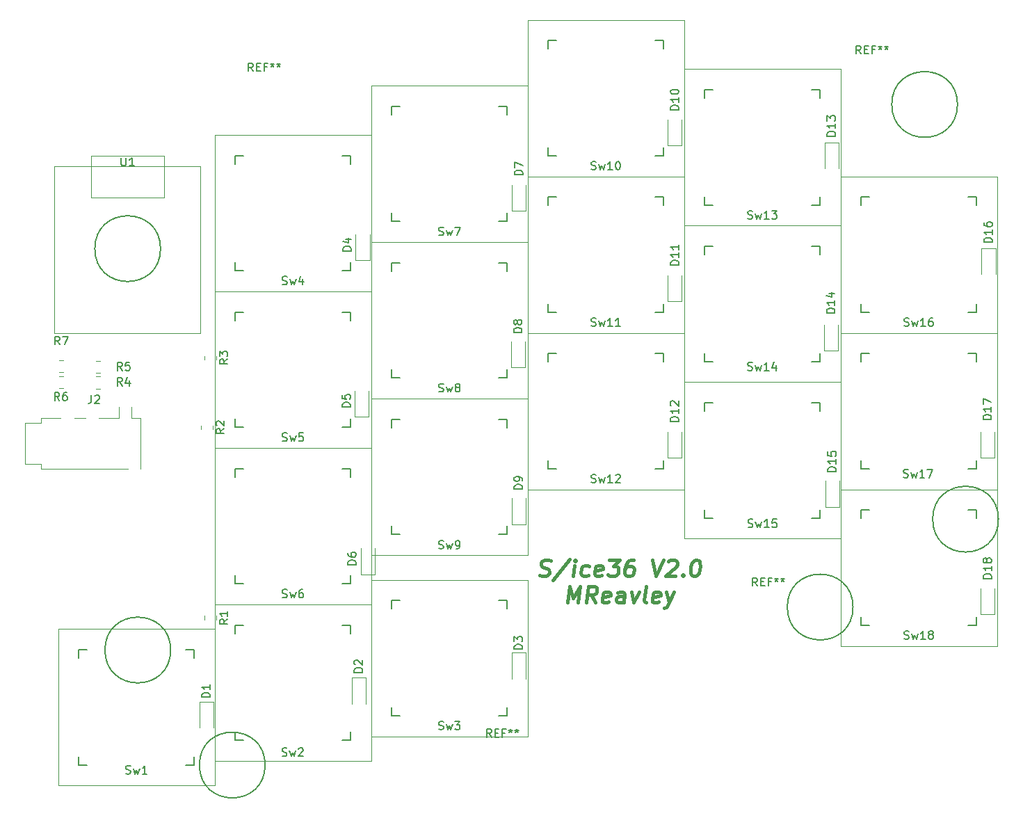
<source format=gbr>
%TF.GenerationSoftware,KiCad,Pcbnew,(6.0.4)*%
%TF.CreationDate,2022-04-22T20:25:04+08:00*%
%TF.ProjectId,Slice36,536c6963-6533-4362-9e6b-696361645f70,rev?*%
%TF.SameCoordinates,Original*%
%TF.FileFunction,Legend,Top*%
%TF.FilePolarity,Positive*%
%FSLAX46Y46*%
G04 Gerber Fmt 4.6, Leading zero omitted, Abs format (unit mm)*
G04 Created by KiCad (PCBNEW (6.0.4)) date 2022-04-22 20:25:04*
%MOMM*%
%LPD*%
G01*
G04 APERTURE LIST*
%ADD10C,0.150000*%
%ADD11C,0.400000*%
%ADD12C,0.120000*%
G04 APERTURE END LIST*
D10*
X48525000Y-162125000D02*
G75*
G03*
X48525000Y-162125000I-4000000J0D01*
G01*
X137795789Y-132195789D02*
G75*
G03*
X137795789Y-132195789I-4000000J0D01*
G01*
X37025000Y-148125000D02*
G75*
G03*
X37025000Y-148125000I-4000000J0D01*
G01*
X132815283Y-81716968D02*
G75*
G03*
X132815283Y-81716968I-4000000J0D01*
G01*
X35791515Y-99270274D02*
G75*
G03*
X35791515Y-99270274I-4000000J0D01*
G01*
X120096772Y-142892997D02*
G75*
G03*
X120096772Y-142892997I-4000000J0D01*
G01*
D11*
X81933273Y-139049523D02*
X82207083Y-139144761D01*
X82683273Y-139144761D01*
X82885654Y-139049523D01*
X82992797Y-138954285D01*
X83111845Y-138763809D01*
X83135654Y-138573333D01*
X83064226Y-138382857D01*
X82980892Y-138287619D01*
X82802321Y-138192380D01*
X82433273Y-138097142D01*
X82254702Y-138001904D01*
X82171369Y-137906666D01*
X82099940Y-137716190D01*
X82123750Y-137525714D01*
X82242797Y-137335238D01*
X82349940Y-137240000D01*
X82552321Y-137144761D01*
X83028511Y-137144761D01*
X83302321Y-137240000D01*
X85611845Y-137049523D02*
X83576130Y-139620952D01*
X86016607Y-139144761D02*
X86183273Y-137811428D01*
X86266607Y-137144761D02*
X86159464Y-137240000D01*
X86242797Y-137335238D01*
X86349940Y-137240000D01*
X86266607Y-137144761D01*
X86242797Y-137335238D01*
X87838035Y-139049523D02*
X87635654Y-139144761D01*
X87254702Y-139144761D01*
X87076130Y-139049523D01*
X86992797Y-138954285D01*
X86921369Y-138763809D01*
X86992797Y-138192380D01*
X87111845Y-138001904D01*
X87218988Y-137906666D01*
X87421369Y-137811428D01*
X87802321Y-137811428D01*
X87980892Y-137906666D01*
X89457083Y-139049523D02*
X89254702Y-139144761D01*
X88873750Y-139144761D01*
X88695178Y-139049523D01*
X88623750Y-138859047D01*
X88718988Y-138097142D01*
X88838035Y-137906666D01*
X89040416Y-137811428D01*
X89421369Y-137811428D01*
X89599940Y-137906666D01*
X89671369Y-138097142D01*
X89647559Y-138287619D01*
X88671369Y-138478095D01*
X90457083Y-137144761D02*
X91695178Y-137144761D01*
X90933273Y-137906666D01*
X91218988Y-137906666D01*
X91397559Y-138001904D01*
X91480892Y-138097142D01*
X91552321Y-138287619D01*
X91492797Y-138763809D01*
X91373750Y-138954285D01*
X91266607Y-139049523D01*
X91064226Y-139144761D01*
X90492797Y-139144761D01*
X90314226Y-139049523D01*
X90230892Y-138954285D01*
X93409464Y-137144761D02*
X93028511Y-137144761D01*
X92826130Y-137240000D01*
X92718988Y-137335238D01*
X92492797Y-137620952D01*
X92349940Y-138001904D01*
X92254702Y-138763809D01*
X92326130Y-138954285D01*
X92409464Y-139049523D01*
X92588035Y-139144761D01*
X92968988Y-139144761D01*
X93171369Y-139049523D01*
X93278511Y-138954285D01*
X93397559Y-138763809D01*
X93457083Y-138287619D01*
X93385654Y-138097142D01*
X93302321Y-138001904D01*
X93123750Y-137906666D01*
X92742797Y-137906666D01*
X92540416Y-138001904D01*
X92433273Y-138097142D01*
X92314226Y-138287619D01*
X95695178Y-137144761D02*
X96111845Y-139144761D01*
X97028511Y-137144761D01*
X97576130Y-137335238D02*
X97683273Y-137240000D01*
X97885654Y-137144761D01*
X98361845Y-137144761D01*
X98540416Y-137240000D01*
X98623750Y-137335238D01*
X98695178Y-137525714D01*
X98671369Y-137716190D01*
X98540416Y-138001904D01*
X97254702Y-139144761D01*
X98492797Y-139144761D01*
X99373750Y-138954285D02*
X99457083Y-139049523D01*
X99349940Y-139144761D01*
X99266607Y-139049523D01*
X99373750Y-138954285D01*
X99349940Y-139144761D01*
X100933273Y-137144761D02*
X101123750Y-137144761D01*
X101302321Y-137240000D01*
X101385654Y-137335238D01*
X101457083Y-137525714D01*
X101504702Y-137906666D01*
X101445178Y-138382857D01*
X101302321Y-138763809D01*
X101183273Y-138954285D01*
X101076130Y-139049523D01*
X100873750Y-139144761D01*
X100683273Y-139144761D01*
X100504702Y-139049523D01*
X100421369Y-138954285D01*
X100349940Y-138763809D01*
X100302321Y-138382857D01*
X100361845Y-137906666D01*
X100504702Y-137525714D01*
X100623750Y-137335238D01*
X100730892Y-137240000D01*
X100933273Y-137144761D01*
X85302321Y-142364761D02*
X85552321Y-140364761D01*
X86040416Y-141793333D01*
X86885654Y-140364761D01*
X86635654Y-142364761D01*
X88730892Y-142364761D02*
X88183273Y-141412380D01*
X87588035Y-142364761D02*
X87838035Y-140364761D01*
X88599940Y-140364761D01*
X88778511Y-140460000D01*
X88861845Y-140555238D01*
X88933273Y-140745714D01*
X88897559Y-141031428D01*
X88778511Y-141221904D01*
X88671369Y-141317142D01*
X88468988Y-141412380D01*
X87707083Y-141412380D01*
X90361845Y-142269523D02*
X90159464Y-142364761D01*
X89778511Y-142364761D01*
X89599940Y-142269523D01*
X89528511Y-142079047D01*
X89623750Y-141317142D01*
X89742797Y-141126666D01*
X89945178Y-141031428D01*
X90326130Y-141031428D01*
X90504702Y-141126666D01*
X90576130Y-141317142D01*
X90552321Y-141507619D01*
X89576130Y-141698095D01*
X92159464Y-142364761D02*
X92290416Y-141317142D01*
X92218988Y-141126666D01*
X92040416Y-141031428D01*
X91659464Y-141031428D01*
X91457083Y-141126666D01*
X92171369Y-142269523D02*
X91968988Y-142364761D01*
X91492797Y-142364761D01*
X91314226Y-142269523D01*
X91242797Y-142079047D01*
X91266607Y-141888571D01*
X91385654Y-141698095D01*
X91588035Y-141602857D01*
X92064226Y-141602857D01*
X92266607Y-141507619D01*
X93088035Y-141031428D02*
X93397559Y-142364761D01*
X94040416Y-141031428D01*
X94921369Y-142364761D02*
X94742797Y-142269523D01*
X94671369Y-142079047D01*
X94885654Y-140364761D01*
X96457083Y-142269523D02*
X96254702Y-142364761D01*
X95873750Y-142364761D01*
X95695178Y-142269523D01*
X95623750Y-142079047D01*
X95718988Y-141317142D01*
X95838035Y-141126666D01*
X96040416Y-141031428D01*
X96421369Y-141031428D01*
X96599940Y-141126666D01*
X96671369Y-141317142D01*
X96647559Y-141507619D01*
X95671369Y-141698095D01*
X97373750Y-141031428D02*
X97683273Y-142364761D01*
X98326130Y-141031428D02*
X97683273Y-142364761D01*
X97433273Y-142840952D01*
X97326130Y-142936190D01*
X97123750Y-143031428D01*
D10*
%TO.C,Sw1*%
X31564285Y-163154761D02*
X31707142Y-163202380D01*
X31945238Y-163202380D01*
X32040476Y-163154761D01*
X32088095Y-163107142D01*
X32135714Y-163011904D01*
X32135714Y-162916666D01*
X32088095Y-162821428D01*
X32040476Y-162773809D01*
X31945238Y-162726190D01*
X31754761Y-162678571D01*
X31659523Y-162630952D01*
X31611904Y-162583333D01*
X31564285Y-162488095D01*
X31564285Y-162392857D01*
X31611904Y-162297619D01*
X31659523Y-162250000D01*
X31754761Y-162202380D01*
X31992857Y-162202380D01*
X32135714Y-162250000D01*
X32469047Y-162535714D02*
X32659523Y-163202380D01*
X32850000Y-162726190D01*
X33040476Y-163202380D01*
X33230952Y-162535714D01*
X34135714Y-163202380D02*
X33564285Y-163202380D01*
X33850000Y-163202380D02*
X33850000Y-162202380D01*
X33754761Y-162345238D01*
X33659523Y-162440476D01*
X33564285Y-162488095D01*
%TO.C,Sw10*%
X88238095Y-89609761D02*
X88380952Y-89657380D01*
X88619047Y-89657380D01*
X88714285Y-89609761D01*
X88761904Y-89562142D01*
X88809523Y-89466904D01*
X88809523Y-89371666D01*
X88761904Y-89276428D01*
X88714285Y-89228809D01*
X88619047Y-89181190D01*
X88428571Y-89133571D01*
X88333333Y-89085952D01*
X88285714Y-89038333D01*
X88238095Y-88943095D01*
X88238095Y-88847857D01*
X88285714Y-88752619D01*
X88333333Y-88705000D01*
X88428571Y-88657380D01*
X88666666Y-88657380D01*
X88809523Y-88705000D01*
X89142857Y-88990714D02*
X89333333Y-89657380D01*
X89523809Y-89181190D01*
X89714285Y-89657380D01*
X89904761Y-88990714D01*
X90809523Y-89657380D02*
X90238095Y-89657380D01*
X90523809Y-89657380D02*
X90523809Y-88657380D01*
X90428571Y-88800238D01*
X90333333Y-88895476D01*
X90238095Y-88943095D01*
X91428571Y-88657380D02*
X91523809Y-88657380D01*
X91619047Y-88705000D01*
X91666666Y-88752619D01*
X91714285Y-88847857D01*
X91761904Y-89038333D01*
X91761904Y-89276428D01*
X91714285Y-89466904D01*
X91666666Y-89562142D01*
X91619047Y-89609761D01*
X91523809Y-89657380D01*
X91428571Y-89657380D01*
X91333333Y-89609761D01*
X91285714Y-89562142D01*
X91238095Y-89466904D01*
X91190476Y-89276428D01*
X91190476Y-89038333D01*
X91238095Y-88847857D01*
X91285714Y-88752619D01*
X91333333Y-88705000D01*
X91428571Y-88657380D01*
%TO.C,D10*%
X98877380Y-82364285D02*
X97877380Y-82364285D01*
X97877380Y-82126190D01*
X97925000Y-81983333D01*
X98020238Y-81888095D01*
X98115476Y-81840476D01*
X98305952Y-81792857D01*
X98448809Y-81792857D01*
X98639285Y-81840476D01*
X98734523Y-81888095D01*
X98829761Y-81983333D01*
X98877380Y-82126190D01*
X98877380Y-82364285D01*
X98877380Y-80840476D02*
X98877380Y-81411904D01*
X98877380Y-81126190D02*
X97877380Y-81126190D01*
X98020238Y-81221428D01*
X98115476Y-81316666D01*
X98163095Y-81411904D01*
X97877380Y-80221428D02*
X97877380Y-80126190D01*
X97925000Y-80030952D01*
X97972619Y-79983333D01*
X98067857Y-79935714D01*
X98258333Y-79888095D01*
X98496428Y-79888095D01*
X98686904Y-79935714D01*
X98782142Y-79983333D01*
X98829761Y-80030952D01*
X98877380Y-80126190D01*
X98877380Y-80221428D01*
X98829761Y-80316666D01*
X98782142Y-80364285D01*
X98686904Y-80411904D01*
X98496428Y-80459523D01*
X98258333Y-80459523D01*
X98067857Y-80411904D01*
X97972619Y-80364285D01*
X97925000Y-80316666D01*
X97877380Y-80221428D01*
%TO.C,REF\u002A\u002A*%
X76066666Y-158727380D02*
X75733333Y-158251190D01*
X75495238Y-158727380D02*
X75495238Y-157727380D01*
X75876190Y-157727380D01*
X75971428Y-157775000D01*
X76019047Y-157822619D01*
X76066666Y-157917857D01*
X76066666Y-158060714D01*
X76019047Y-158155952D01*
X75971428Y-158203571D01*
X75876190Y-158251190D01*
X75495238Y-158251190D01*
X76495238Y-158203571D02*
X76828571Y-158203571D01*
X76971428Y-158727380D02*
X76495238Y-158727380D01*
X76495238Y-157727380D01*
X76971428Y-157727380D01*
X77733333Y-158203571D02*
X77400000Y-158203571D01*
X77400000Y-158727380D02*
X77400000Y-157727380D01*
X77876190Y-157727380D01*
X78400000Y-157727380D02*
X78400000Y-157965476D01*
X78161904Y-157870238D02*
X78400000Y-157965476D01*
X78638095Y-157870238D01*
X78257142Y-158155952D02*
X78400000Y-157965476D01*
X78542857Y-158155952D01*
X79161904Y-157727380D02*
X79161904Y-157965476D01*
X78923809Y-157870238D02*
X79161904Y-157965476D01*
X79400000Y-157870238D01*
X79019047Y-158155952D02*
X79161904Y-157965476D01*
X79304761Y-158155952D01*
%TO.C,D17*%
X136927380Y-120039285D02*
X135927380Y-120039285D01*
X135927380Y-119801190D01*
X135975000Y-119658333D01*
X136070238Y-119563095D01*
X136165476Y-119515476D01*
X136355952Y-119467857D01*
X136498809Y-119467857D01*
X136689285Y-119515476D01*
X136784523Y-119563095D01*
X136879761Y-119658333D01*
X136927380Y-119801190D01*
X136927380Y-120039285D01*
X136927380Y-118515476D02*
X136927380Y-119086904D01*
X136927380Y-118801190D02*
X135927380Y-118801190D01*
X136070238Y-118896428D01*
X136165476Y-118991666D01*
X136213095Y-119086904D01*
X135927380Y-118182142D02*
X135927380Y-117515476D01*
X136927380Y-117944047D01*
%TO.C,Sw2*%
X50589285Y-161004761D02*
X50732142Y-161052380D01*
X50970238Y-161052380D01*
X51065476Y-161004761D01*
X51113095Y-160957142D01*
X51160714Y-160861904D01*
X51160714Y-160766666D01*
X51113095Y-160671428D01*
X51065476Y-160623809D01*
X50970238Y-160576190D01*
X50779761Y-160528571D01*
X50684523Y-160480952D01*
X50636904Y-160433333D01*
X50589285Y-160338095D01*
X50589285Y-160242857D01*
X50636904Y-160147619D01*
X50684523Y-160100000D01*
X50779761Y-160052380D01*
X51017857Y-160052380D01*
X51160714Y-160100000D01*
X51494047Y-160385714D02*
X51684523Y-161052380D01*
X51875000Y-160576190D01*
X52065476Y-161052380D01*
X52255952Y-160385714D01*
X52589285Y-160147619D02*
X52636904Y-160100000D01*
X52732142Y-160052380D01*
X52970238Y-160052380D01*
X53065476Y-160100000D01*
X53113095Y-160147619D01*
X53160714Y-160242857D01*
X53160714Y-160338095D01*
X53113095Y-160480952D01*
X52541666Y-161052380D01*
X53160714Y-161052380D01*
%TO.C,D1*%
X41827380Y-153863095D02*
X40827380Y-153863095D01*
X40827380Y-153625000D01*
X40875000Y-153482142D01*
X40970238Y-153386904D01*
X41065476Y-153339285D01*
X41255952Y-153291666D01*
X41398809Y-153291666D01*
X41589285Y-153339285D01*
X41684523Y-153386904D01*
X41779761Y-153482142D01*
X41827380Y-153625000D01*
X41827380Y-153863095D01*
X41827380Y-152339285D02*
X41827380Y-152910714D01*
X41827380Y-152625000D02*
X40827380Y-152625000D01*
X40970238Y-152720238D01*
X41065476Y-152815476D01*
X41113095Y-152910714D01*
%TO.C,D5*%
X58902380Y-118538095D02*
X57902380Y-118538095D01*
X57902380Y-118300000D01*
X57950000Y-118157142D01*
X58045238Y-118061904D01*
X58140476Y-118014285D01*
X58330952Y-117966666D01*
X58473809Y-117966666D01*
X58664285Y-118014285D01*
X58759523Y-118061904D01*
X58854761Y-118157142D01*
X58902380Y-118300000D01*
X58902380Y-118538095D01*
X57902380Y-117061904D02*
X57902380Y-117538095D01*
X58378571Y-117585714D01*
X58330952Y-117538095D01*
X58283333Y-117442857D01*
X58283333Y-117204761D01*
X58330952Y-117109523D01*
X58378571Y-117061904D01*
X58473809Y-117014285D01*
X58711904Y-117014285D01*
X58807142Y-117061904D01*
X58854761Y-117109523D01*
X58902380Y-117204761D01*
X58902380Y-117442857D01*
X58854761Y-117538095D01*
X58807142Y-117585714D01*
%TO.C,R1*%
X43972380Y-144366666D02*
X43496190Y-144700000D01*
X43972380Y-144938095D02*
X42972380Y-144938095D01*
X42972380Y-144557142D01*
X43020000Y-144461904D01*
X43067619Y-144414285D01*
X43162857Y-144366666D01*
X43305714Y-144366666D01*
X43400952Y-144414285D01*
X43448571Y-144461904D01*
X43496190Y-144557142D01*
X43496190Y-144938095D01*
X43972380Y-143414285D02*
X43972380Y-143985714D01*
X43972380Y-143700000D02*
X42972380Y-143700000D01*
X43115238Y-143795238D01*
X43210476Y-143890476D01*
X43258095Y-143985714D01*
%TO.C,D2*%
X60377380Y-150838095D02*
X59377380Y-150838095D01*
X59377380Y-150600000D01*
X59425000Y-150457142D01*
X59520238Y-150361904D01*
X59615476Y-150314285D01*
X59805952Y-150266666D01*
X59948809Y-150266666D01*
X60139285Y-150314285D01*
X60234523Y-150361904D01*
X60329761Y-150457142D01*
X60377380Y-150600000D01*
X60377380Y-150838095D01*
X59472619Y-149885714D02*
X59425000Y-149838095D01*
X59377380Y-149742857D01*
X59377380Y-149504761D01*
X59425000Y-149409523D01*
X59472619Y-149361904D01*
X59567857Y-149314285D01*
X59663095Y-149314285D01*
X59805952Y-149361904D01*
X60377380Y-149933333D01*
X60377380Y-149314285D01*
%TO.C,Sw8*%
X69664285Y-116659761D02*
X69807142Y-116707380D01*
X70045238Y-116707380D01*
X70140476Y-116659761D01*
X70188095Y-116612142D01*
X70235714Y-116516904D01*
X70235714Y-116421666D01*
X70188095Y-116326428D01*
X70140476Y-116278809D01*
X70045238Y-116231190D01*
X69854761Y-116183571D01*
X69759523Y-116135952D01*
X69711904Y-116088333D01*
X69664285Y-115993095D01*
X69664285Y-115897857D01*
X69711904Y-115802619D01*
X69759523Y-115755000D01*
X69854761Y-115707380D01*
X70092857Y-115707380D01*
X70235714Y-115755000D01*
X70569047Y-116040714D02*
X70759523Y-116707380D01*
X70950000Y-116231190D01*
X71140476Y-116707380D01*
X71330952Y-116040714D01*
X71854761Y-116135952D02*
X71759523Y-116088333D01*
X71711904Y-116040714D01*
X71664285Y-115945476D01*
X71664285Y-115897857D01*
X71711904Y-115802619D01*
X71759523Y-115755000D01*
X71854761Y-115707380D01*
X72045238Y-115707380D01*
X72140476Y-115755000D01*
X72188095Y-115802619D01*
X72235714Y-115897857D01*
X72235714Y-115945476D01*
X72188095Y-116040714D01*
X72140476Y-116088333D01*
X72045238Y-116135952D01*
X71854761Y-116135952D01*
X71759523Y-116183571D01*
X71711904Y-116231190D01*
X71664285Y-116326428D01*
X71664285Y-116516904D01*
X71711904Y-116612142D01*
X71759523Y-116659761D01*
X71854761Y-116707380D01*
X72045238Y-116707380D01*
X72140476Y-116659761D01*
X72188095Y-116612142D01*
X72235714Y-116516904D01*
X72235714Y-116326428D01*
X72188095Y-116231190D01*
X72140476Y-116183571D01*
X72045238Y-116135952D01*
%TO.C,D12*%
X98852380Y-120289285D02*
X97852380Y-120289285D01*
X97852380Y-120051190D01*
X97900000Y-119908333D01*
X97995238Y-119813095D01*
X98090476Y-119765476D01*
X98280952Y-119717857D01*
X98423809Y-119717857D01*
X98614285Y-119765476D01*
X98709523Y-119813095D01*
X98804761Y-119908333D01*
X98852380Y-120051190D01*
X98852380Y-120289285D01*
X98852380Y-118765476D02*
X98852380Y-119336904D01*
X98852380Y-119051190D02*
X97852380Y-119051190D01*
X97995238Y-119146428D01*
X98090476Y-119241666D01*
X98138095Y-119336904D01*
X97947619Y-118384523D02*
X97900000Y-118336904D01*
X97852380Y-118241666D01*
X97852380Y-118003571D01*
X97900000Y-117908333D01*
X97947619Y-117860714D01*
X98042857Y-117813095D01*
X98138095Y-117813095D01*
X98280952Y-117860714D01*
X98852380Y-118432142D01*
X98852380Y-117813095D01*
%TO.C,Sw7*%
X69664285Y-97609761D02*
X69807142Y-97657380D01*
X70045238Y-97657380D01*
X70140476Y-97609761D01*
X70188095Y-97562142D01*
X70235714Y-97466904D01*
X70235714Y-97371666D01*
X70188095Y-97276428D01*
X70140476Y-97228809D01*
X70045238Y-97181190D01*
X69854761Y-97133571D01*
X69759523Y-97085952D01*
X69711904Y-97038333D01*
X69664285Y-96943095D01*
X69664285Y-96847857D01*
X69711904Y-96752619D01*
X69759523Y-96705000D01*
X69854761Y-96657380D01*
X70092857Y-96657380D01*
X70235714Y-96705000D01*
X70569047Y-96990714D02*
X70759523Y-97657380D01*
X70950000Y-97181190D01*
X71140476Y-97657380D01*
X71330952Y-96990714D01*
X71616666Y-96657380D02*
X72283333Y-96657380D01*
X71854761Y-97657380D01*
%TO.C,REF\u002A\u002A*%
X47066666Y-77677380D02*
X46733333Y-77201190D01*
X46495238Y-77677380D02*
X46495238Y-76677380D01*
X46876190Y-76677380D01*
X46971428Y-76725000D01*
X47019047Y-76772619D01*
X47066666Y-76867857D01*
X47066666Y-77010714D01*
X47019047Y-77105952D01*
X46971428Y-77153571D01*
X46876190Y-77201190D01*
X46495238Y-77201190D01*
X47495238Y-77153571D02*
X47828571Y-77153571D01*
X47971428Y-77677380D02*
X47495238Y-77677380D01*
X47495238Y-76677380D01*
X47971428Y-76677380D01*
X48733333Y-77153571D02*
X48400000Y-77153571D01*
X48400000Y-77677380D02*
X48400000Y-76677380D01*
X48876190Y-76677380D01*
X49400000Y-76677380D02*
X49400000Y-76915476D01*
X49161904Y-76820238D02*
X49400000Y-76915476D01*
X49638095Y-76820238D01*
X49257142Y-77105952D02*
X49400000Y-76915476D01*
X49542857Y-77105952D01*
X50161904Y-76677380D02*
X50161904Y-76915476D01*
X49923809Y-76820238D02*
X50161904Y-76915476D01*
X50400000Y-76820238D01*
X50019047Y-77105952D02*
X50161904Y-76915476D01*
X50304761Y-77105952D01*
%TO.C,D14*%
X117877380Y-107089285D02*
X116877380Y-107089285D01*
X116877380Y-106851190D01*
X116925000Y-106708333D01*
X117020238Y-106613095D01*
X117115476Y-106565476D01*
X117305952Y-106517857D01*
X117448809Y-106517857D01*
X117639285Y-106565476D01*
X117734523Y-106613095D01*
X117829761Y-106708333D01*
X117877380Y-106851190D01*
X117877380Y-107089285D01*
X117877380Y-105565476D02*
X117877380Y-106136904D01*
X117877380Y-105851190D02*
X116877380Y-105851190D01*
X117020238Y-105946428D01*
X117115476Y-106041666D01*
X117163095Y-106136904D01*
X117210714Y-104708333D02*
X117877380Y-104708333D01*
X116829761Y-104946428D02*
X117544047Y-105184523D01*
X117544047Y-104565476D01*
%TO.C,D8*%
X79777380Y-109463095D02*
X78777380Y-109463095D01*
X78777380Y-109225000D01*
X78825000Y-109082142D01*
X78920238Y-108986904D01*
X79015476Y-108939285D01*
X79205952Y-108891666D01*
X79348809Y-108891666D01*
X79539285Y-108939285D01*
X79634523Y-108986904D01*
X79729761Y-109082142D01*
X79777380Y-109225000D01*
X79777380Y-109463095D01*
X79205952Y-108320238D02*
X79158333Y-108415476D01*
X79110714Y-108463095D01*
X79015476Y-108510714D01*
X78967857Y-108510714D01*
X78872619Y-108463095D01*
X78825000Y-108415476D01*
X78777380Y-108320238D01*
X78777380Y-108129761D01*
X78825000Y-108034523D01*
X78872619Y-107986904D01*
X78967857Y-107939285D01*
X79015476Y-107939285D01*
X79110714Y-107986904D01*
X79158333Y-108034523D01*
X79205952Y-108129761D01*
X79205952Y-108320238D01*
X79253571Y-108415476D01*
X79301190Y-108463095D01*
X79396428Y-108510714D01*
X79586904Y-108510714D01*
X79682142Y-108463095D01*
X79729761Y-108415476D01*
X79777380Y-108320238D01*
X79777380Y-108129761D01*
X79729761Y-108034523D01*
X79682142Y-107986904D01*
X79586904Y-107939285D01*
X79396428Y-107939285D01*
X79301190Y-107986904D01*
X79253571Y-108034523D01*
X79205952Y-108129761D01*
%TO.C,D13*%
X117952380Y-85564285D02*
X116952380Y-85564285D01*
X116952380Y-85326190D01*
X117000000Y-85183333D01*
X117095238Y-85088095D01*
X117190476Y-85040476D01*
X117380952Y-84992857D01*
X117523809Y-84992857D01*
X117714285Y-85040476D01*
X117809523Y-85088095D01*
X117904761Y-85183333D01*
X117952380Y-85326190D01*
X117952380Y-85564285D01*
X117952380Y-84040476D02*
X117952380Y-84611904D01*
X117952380Y-84326190D02*
X116952380Y-84326190D01*
X117095238Y-84421428D01*
X117190476Y-84516666D01*
X117238095Y-84611904D01*
X116952380Y-83707142D02*
X116952380Y-83088095D01*
X117333333Y-83421428D01*
X117333333Y-83278571D01*
X117380952Y-83183333D01*
X117428571Y-83135714D01*
X117523809Y-83088095D01*
X117761904Y-83088095D01*
X117857142Y-83135714D01*
X117904761Y-83183333D01*
X117952380Y-83278571D01*
X117952380Y-83564285D01*
X117904761Y-83659523D01*
X117857142Y-83707142D01*
%TO.C,Sw15*%
X107313095Y-133154761D02*
X107455952Y-133202380D01*
X107694047Y-133202380D01*
X107789285Y-133154761D01*
X107836904Y-133107142D01*
X107884523Y-133011904D01*
X107884523Y-132916666D01*
X107836904Y-132821428D01*
X107789285Y-132773809D01*
X107694047Y-132726190D01*
X107503571Y-132678571D01*
X107408333Y-132630952D01*
X107360714Y-132583333D01*
X107313095Y-132488095D01*
X107313095Y-132392857D01*
X107360714Y-132297619D01*
X107408333Y-132250000D01*
X107503571Y-132202380D01*
X107741666Y-132202380D01*
X107884523Y-132250000D01*
X108217857Y-132535714D02*
X108408333Y-133202380D01*
X108598809Y-132726190D01*
X108789285Y-133202380D01*
X108979761Y-132535714D01*
X109884523Y-133202380D02*
X109313095Y-133202380D01*
X109598809Y-133202380D02*
X109598809Y-132202380D01*
X109503571Y-132345238D01*
X109408333Y-132440476D01*
X109313095Y-132488095D01*
X110789285Y-132202380D02*
X110313095Y-132202380D01*
X110265476Y-132678571D01*
X110313095Y-132630952D01*
X110408333Y-132583333D01*
X110646428Y-132583333D01*
X110741666Y-132630952D01*
X110789285Y-132678571D01*
X110836904Y-132773809D01*
X110836904Y-133011904D01*
X110789285Y-133107142D01*
X110741666Y-133154761D01*
X110646428Y-133202380D01*
X110408333Y-133202380D01*
X110313095Y-133154761D01*
X110265476Y-133107142D01*
%TO.C,REF\u002A\u002A*%
X121066666Y-75552380D02*
X120733333Y-75076190D01*
X120495238Y-75552380D02*
X120495238Y-74552380D01*
X120876190Y-74552380D01*
X120971428Y-74600000D01*
X121019047Y-74647619D01*
X121066666Y-74742857D01*
X121066666Y-74885714D01*
X121019047Y-74980952D01*
X120971428Y-75028571D01*
X120876190Y-75076190D01*
X120495238Y-75076190D01*
X121495238Y-75028571D02*
X121828571Y-75028571D01*
X121971428Y-75552380D02*
X121495238Y-75552380D01*
X121495238Y-74552380D01*
X121971428Y-74552380D01*
X122733333Y-75028571D02*
X122400000Y-75028571D01*
X122400000Y-75552380D02*
X122400000Y-74552380D01*
X122876190Y-74552380D01*
X123400000Y-74552380D02*
X123400000Y-74790476D01*
X123161904Y-74695238D02*
X123400000Y-74790476D01*
X123638095Y-74695238D01*
X123257142Y-74980952D02*
X123400000Y-74790476D01*
X123542857Y-74980952D01*
X124161904Y-74552380D02*
X124161904Y-74790476D01*
X123923809Y-74695238D02*
X124161904Y-74790476D01*
X124400000Y-74695238D01*
X124019047Y-74980952D02*
X124161904Y-74790476D01*
X124304761Y-74980952D01*
%TO.C,J2*%
X27366666Y-117102380D02*
X27366666Y-117816666D01*
X27319047Y-117959523D01*
X27223809Y-118054761D01*
X27080952Y-118102380D01*
X26985714Y-118102380D01*
X27795238Y-117197619D02*
X27842857Y-117150000D01*
X27938095Y-117102380D01*
X28176190Y-117102380D01*
X28271428Y-117150000D01*
X28319047Y-117197619D01*
X28366666Y-117292857D01*
X28366666Y-117388095D01*
X28319047Y-117530952D01*
X27747619Y-118102380D01*
X28366666Y-118102380D01*
%TO.C,REF\u002A\u002A*%
X108441666Y-140327380D02*
X108108333Y-139851190D01*
X107870238Y-140327380D02*
X107870238Y-139327380D01*
X108251190Y-139327380D01*
X108346428Y-139375000D01*
X108394047Y-139422619D01*
X108441666Y-139517857D01*
X108441666Y-139660714D01*
X108394047Y-139755952D01*
X108346428Y-139803571D01*
X108251190Y-139851190D01*
X107870238Y-139851190D01*
X108870238Y-139803571D02*
X109203571Y-139803571D01*
X109346428Y-140327380D02*
X108870238Y-140327380D01*
X108870238Y-139327380D01*
X109346428Y-139327380D01*
X110108333Y-139803571D02*
X109775000Y-139803571D01*
X109775000Y-140327380D02*
X109775000Y-139327380D01*
X110251190Y-139327380D01*
X110775000Y-139327380D02*
X110775000Y-139565476D01*
X110536904Y-139470238D02*
X110775000Y-139565476D01*
X111013095Y-139470238D01*
X110632142Y-139755952D02*
X110775000Y-139565476D01*
X110917857Y-139755952D01*
X111536904Y-139327380D02*
X111536904Y-139565476D01*
X111298809Y-139470238D02*
X111536904Y-139565476D01*
X111775000Y-139470238D01*
X111394047Y-139755952D02*
X111536904Y-139565476D01*
X111679761Y-139755952D01*
%TO.C,Sw5*%
X50614285Y-122659761D02*
X50757142Y-122707380D01*
X50995238Y-122707380D01*
X51090476Y-122659761D01*
X51138095Y-122612142D01*
X51185714Y-122516904D01*
X51185714Y-122421666D01*
X51138095Y-122326428D01*
X51090476Y-122278809D01*
X50995238Y-122231190D01*
X50804761Y-122183571D01*
X50709523Y-122135952D01*
X50661904Y-122088333D01*
X50614285Y-121993095D01*
X50614285Y-121897857D01*
X50661904Y-121802619D01*
X50709523Y-121755000D01*
X50804761Y-121707380D01*
X51042857Y-121707380D01*
X51185714Y-121755000D01*
X51519047Y-122040714D02*
X51709523Y-122707380D01*
X51900000Y-122231190D01*
X52090476Y-122707380D01*
X52280952Y-122040714D01*
X53138095Y-121707380D02*
X52661904Y-121707380D01*
X52614285Y-122183571D01*
X52661904Y-122135952D01*
X52757142Y-122088333D01*
X52995238Y-122088333D01*
X53090476Y-122135952D01*
X53138095Y-122183571D01*
X53185714Y-122278809D01*
X53185714Y-122516904D01*
X53138095Y-122612142D01*
X53090476Y-122659761D01*
X52995238Y-122707380D01*
X52757142Y-122707380D01*
X52661904Y-122659761D01*
X52614285Y-122612142D01*
%TO.C,Sw16*%
X126338095Y-108659761D02*
X126480952Y-108707380D01*
X126719047Y-108707380D01*
X126814285Y-108659761D01*
X126861904Y-108612142D01*
X126909523Y-108516904D01*
X126909523Y-108421666D01*
X126861904Y-108326428D01*
X126814285Y-108278809D01*
X126719047Y-108231190D01*
X126528571Y-108183571D01*
X126433333Y-108135952D01*
X126385714Y-108088333D01*
X126338095Y-107993095D01*
X126338095Y-107897857D01*
X126385714Y-107802619D01*
X126433333Y-107755000D01*
X126528571Y-107707380D01*
X126766666Y-107707380D01*
X126909523Y-107755000D01*
X127242857Y-108040714D02*
X127433333Y-108707380D01*
X127623809Y-108231190D01*
X127814285Y-108707380D01*
X128004761Y-108040714D01*
X128909523Y-108707380D02*
X128338095Y-108707380D01*
X128623809Y-108707380D02*
X128623809Y-107707380D01*
X128528571Y-107850238D01*
X128433333Y-107945476D01*
X128338095Y-107993095D01*
X129766666Y-107707380D02*
X129576190Y-107707380D01*
X129480952Y-107755000D01*
X129433333Y-107802619D01*
X129338095Y-107945476D01*
X129290476Y-108135952D01*
X129290476Y-108516904D01*
X129338095Y-108612142D01*
X129385714Y-108659761D01*
X129480952Y-108707380D01*
X129671428Y-108707380D01*
X129766666Y-108659761D01*
X129814285Y-108612142D01*
X129861904Y-108516904D01*
X129861904Y-108278809D01*
X129814285Y-108183571D01*
X129766666Y-108135952D01*
X129671428Y-108088333D01*
X129480952Y-108088333D01*
X129385714Y-108135952D01*
X129338095Y-108183571D01*
X129290476Y-108278809D01*
%TO.C,R5*%
X31133333Y-114102380D02*
X30800000Y-113626190D01*
X30561904Y-114102380D02*
X30561904Y-113102380D01*
X30942857Y-113102380D01*
X31038095Y-113150000D01*
X31085714Y-113197619D01*
X31133333Y-113292857D01*
X31133333Y-113435714D01*
X31085714Y-113530952D01*
X31038095Y-113578571D01*
X30942857Y-113626190D01*
X30561904Y-113626190D01*
X32038095Y-113102380D02*
X31561904Y-113102380D01*
X31514285Y-113578571D01*
X31561904Y-113530952D01*
X31657142Y-113483333D01*
X31895238Y-113483333D01*
X31990476Y-113530952D01*
X32038095Y-113578571D01*
X32085714Y-113673809D01*
X32085714Y-113911904D01*
X32038095Y-114007142D01*
X31990476Y-114054761D01*
X31895238Y-114102380D01*
X31657142Y-114102380D01*
X31561904Y-114054761D01*
X31514285Y-114007142D01*
%TO.C,Sw12*%
X88238095Y-127709761D02*
X88380952Y-127757380D01*
X88619047Y-127757380D01*
X88714285Y-127709761D01*
X88761904Y-127662142D01*
X88809523Y-127566904D01*
X88809523Y-127471666D01*
X88761904Y-127376428D01*
X88714285Y-127328809D01*
X88619047Y-127281190D01*
X88428571Y-127233571D01*
X88333333Y-127185952D01*
X88285714Y-127138333D01*
X88238095Y-127043095D01*
X88238095Y-126947857D01*
X88285714Y-126852619D01*
X88333333Y-126805000D01*
X88428571Y-126757380D01*
X88666666Y-126757380D01*
X88809523Y-126805000D01*
X89142857Y-127090714D02*
X89333333Y-127757380D01*
X89523809Y-127281190D01*
X89714285Y-127757380D01*
X89904761Y-127090714D01*
X90809523Y-127757380D02*
X90238095Y-127757380D01*
X90523809Y-127757380D02*
X90523809Y-126757380D01*
X90428571Y-126900238D01*
X90333333Y-126995476D01*
X90238095Y-127043095D01*
X91190476Y-126852619D02*
X91238095Y-126805000D01*
X91333333Y-126757380D01*
X91571428Y-126757380D01*
X91666666Y-126805000D01*
X91714285Y-126852619D01*
X91761904Y-126947857D01*
X91761904Y-127043095D01*
X91714285Y-127185952D01*
X91142857Y-127757380D01*
X91761904Y-127757380D01*
%TO.C,D6*%
X59602380Y-137738095D02*
X58602380Y-137738095D01*
X58602380Y-137500000D01*
X58650000Y-137357142D01*
X58745238Y-137261904D01*
X58840476Y-137214285D01*
X59030952Y-137166666D01*
X59173809Y-137166666D01*
X59364285Y-137214285D01*
X59459523Y-137261904D01*
X59554761Y-137357142D01*
X59602380Y-137500000D01*
X59602380Y-137738095D01*
X58602380Y-136309523D02*
X58602380Y-136500000D01*
X58650000Y-136595238D01*
X58697619Y-136642857D01*
X58840476Y-136738095D01*
X59030952Y-136785714D01*
X59411904Y-136785714D01*
X59507142Y-136738095D01*
X59554761Y-136690476D01*
X59602380Y-136595238D01*
X59602380Y-136404761D01*
X59554761Y-136309523D01*
X59507142Y-136261904D01*
X59411904Y-136214285D01*
X59173809Y-136214285D01*
X59078571Y-136261904D01*
X59030952Y-136309523D01*
X58983333Y-136404761D01*
X58983333Y-136595238D01*
X59030952Y-136690476D01*
X59078571Y-136738095D01*
X59173809Y-136785714D01*
%TO.C,D11*%
X98902380Y-101264285D02*
X97902380Y-101264285D01*
X97902380Y-101026190D01*
X97950000Y-100883333D01*
X98045238Y-100788095D01*
X98140476Y-100740476D01*
X98330952Y-100692857D01*
X98473809Y-100692857D01*
X98664285Y-100740476D01*
X98759523Y-100788095D01*
X98854761Y-100883333D01*
X98902380Y-101026190D01*
X98902380Y-101264285D01*
X98902380Y-99740476D02*
X98902380Y-100311904D01*
X98902380Y-100026190D02*
X97902380Y-100026190D01*
X98045238Y-100121428D01*
X98140476Y-100216666D01*
X98188095Y-100311904D01*
X98902380Y-98788095D02*
X98902380Y-99359523D01*
X98902380Y-99073809D02*
X97902380Y-99073809D01*
X98045238Y-99169047D01*
X98140476Y-99264285D01*
X98188095Y-99359523D01*
%TO.C,R3*%
X43972380Y-112726666D02*
X43496190Y-113060000D01*
X43972380Y-113298095D02*
X42972380Y-113298095D01*
X42972380Y-112917142D01*
X43020000Y-112821904D01*
X43067619Y-112774285D01*
X43162857Y-112726666D01*
X43305714Y-112726666D01*
X43400952Y-112774285D01*
X43448571Y-112821904D01*
X43496190Y-112917142D01*
X43496190Y-113298095D01*
X42972380Y-112393333D02*
X42972380Y-111774285D01*
X43353333Y-112107619D01*
X43353333Y-111964761D01*
X43400952Y-111869523D01*
X43448571Y-111821904D01*
X43543809Y-111774285D01*
X43781904Y-111774285D01*
X43877142Y-111821904D01*
X43924761Y-111869523D01*
X43972380Y-111964761D01*
X43972380Y-112250476D01*
X43924761Y-112345714D01*
X43877142Y-112393333D01*
%TO.C,R4*%
X31123333Y-115962380D02*
X30790000Y-115486190D01*
X30551904Y-115962380D02*
X30551904Y-114962380D01*
X30932857Y-114962380D01*
X31028095Y-115010000D01*
X31075714Y-115057619D01*
X31123333Y-115152857D01*
X31123333Y-115295714D01*
X31075714Y-115390952D01*
X31028095Y-115438571D01*
X30932857Y-115486190D01*
X30551904Y-115486190D01*
X31980476Y-115295714D02*
X31980476Y-115962380D01*
X31742380Y-114914761D02*
X31504285Y-115629047D01*
X32123333Y-115629047D01*
%TO.C,D7*%
X79877380Y-90288095D02*
X78877380Y-90288095D01*
X78877380Y-90050000D01*
X78925000Y-89907142D01*
X79020238Y-89811904D01*
X79115476Y-89764285D01*
X79305952Y-89716666D01*
X79448809Y-89716666D01*
X79639285Y-89764285D01*
X79734523Y-89811904D01*
X79829761Y-89907142D01*
X79877380Y-90050000D01*
X79877380Y-90288095D01*
X78877380Y-89383333D02*
X78877380Y-88716666D01*
X79877380Y-89145238D01*
%TO.C,Sw11*%
X88238095Y-108659761D02*
X88380952Y-108707380D01*
X88619047Y-108707380D01*
X88714285Y-108659761D01*
X88761904Y-108612142D01*
X88809523Y-108516904D01*
X88809523Y-108421666D01*
X88761904Y-108326428D01*
X88714285Y-108278809D01*
X88619047Y-108231190D01*
X88428571Y-108183571D01*
X88333333Y-108135952D01*
X88285714Y-108088333D01*
X88238095Y-107993095D01*
X88238095Y-107897857D01*
X88285714Y-107802619D01*
X88333333Y-107755000D01*
X88428571Y-107707380D01*
X88666666Y-107707380D01*
X88809523Y-107755000D01*
X89142857Y-108040714D02*
X89333333Y-108707380D01*
X89523809Y-108231190D01*
X89714285Y-108707380D01*
X89904761Y-108040714D01*
X90809523Y-108707380D02*
X90238095Y-108707380D01*
X90523809Y-108707380D02*
X90523809Y-107707380D01*
X90428571Y-107850238D01*
X90333333Y-107945476D01*
X90238095Y-107993095D01*
X91761904Y-108707380D02*
X91190476Y-108707380D01*
X91476190Y-108707380D02*
X91476190Y-107707380D01*
X91380952Y-107850238D01*
X91285714Y-107945476D01*
X91190476Y-107993095D01*
%TO.C,D3*%
X79852380Y-148013095D02*
X78852380Y-148013095D01*
X78852380Y-147775000D01*
X78900000Y-147632142D01*
X78995238Y-147536904D01*
X79090476Y-147489285D01*
X79280952Y-147441666D01*
X79423809Y-147441666D01*
X79614285Y-147489285D01*
X79709523Y-147536904D01*
X79804761Y-147632142D01*
X79852380Y-147775000D01*
X79852380Y-148013095D01*
X78852380Y-147108333D02*
X78852380Y-146489285D01*
X79233333Y-146822619D01*
X79233333Y-146679761D01*
X79280952Y-146584523D01*
X79328571Y-146536904D01*
X79423809Y-146489285D01*
X79661904Y-146489285D01*
X79757142Y-146536904D01*
X79804761Y-146584523D01*
X79852380Y-146679761D01*
X79852380Y-146965476D01*
X79804761Y-147060714D01*
X79757142Y-147108333D01*
%TO.C,Sw17*%
X126238095Y-127079761D02*
X126380952Y-127127380D01*
X126619047Y-127127380D01*
X126714285Y-127079761D01*
X126761904Y-127032142D01*
X126809523Y-126936904D01*
X126809523Y-126841666D01*
X126761904Y-126746428D01*
X126714285Y-126698809D01*
X126619047Y-126651190D01*
X126428571Y-126603571D01*
X126333333Y-126555952D01*
X126285714Y-126508333D01*
X126238095Y-126413095D01*
X126238095Y-126317857D01*
X126285714Y-126222619D01*
X126333333Y-126175000D01*
X126428571Y-126127380D01*
X126666666Y-126127380D01*
X126809523Y-126175000D01*
X127142857Y-126460714D02*
X127333333Y-127127380D01*
X127523809Y-126651190D01*
X127714285Y-127127380D01*
X127904761Y-126460714D01*
X128809523Y-127127380D02*
X128238095Y-127127380D01*
X128523809Y-127127380D02*
X128523809Y-126127380D01*
X128428571Y-126270238D01*
X128333333Y-126365476D01*
X128238095Y-126413095D01*
X129142857Y-126127380D02*
X129809523Y-126127380D01*
X129380952Y-127127380D01*
%TO.C,U1*%
X31008095Y-88182380D02*
X31008095Y-88991904D01*
X31055714Y-89087142D01*
X31103333Y-89134761D01*
X31198571Y-89182380D01*
X31389047Y-89182380D01*
X31484285Y-89134761D01*
X31531904Y-89087142D01*
X31579523Y-88991904D01*
X31579523Y-88182380D01*
X32579523Y-89182380D02*
X32008095Y-89182380D01*
X32293809Y-89182380D02*
X32293809Y-88182380D01*
X32198571Y-88325238D01*
X32103333Y-88420476D01*
X32008095Y-88468095D01*
%TO.C,D16*%
X137027380Y-98489285D02*
X136027380Y-98489285D01*
X136027380Y-98251190D01*
X136075000Y-98108333D01*
X136170238Y-98013095D01*
X136265476Y-97965476D01*
X136455952Y-97917857D01*
X136598809Y-97917857D01*
X136789285Y-97965476D01*
X136884523Y-98013095D01*
X136979761Y-98108333D01*
X137027380Y-98251190D01*
X137027380Y-98489285D01*
X137027380Y-96965476D02*
X137027380Y-97536904D01*
X137027380Y-97251190D02*
X136027380Y-97251190D01*
X136170238Y-97346428D01*
X136265476Y-97441666D01*
X136313095Y-97536904D01*
X136027380Y-96108333D02*
X136027380Y-96298809D01*
X136075000Y-96394047D01*
X136122619Y-96441666D01*
X136265476Y-96536904D01*
X136455952Y-96584523D01*
X136836904Y-96584523D01*
X136932142Y-96536904D01*
X136979761Y-96489285D01*
X137027380Y-96394047D01*
X137027380Y-96203571D01*
X136979761Y-96108333D01*
X136932142Y-96060714D01*
X136836904Y-96013095D01*
X136598809Y-96013095D01*
X136503571Y-96060714D01*
X136455952Y-96108333D01*
X136408333Y-96203571D01*
X136408333Y-96394047D01*
X136455952Y-96489285D01*
X136503571Y-96536904D01*
X136598809Y-96584523D01*
%TO.C,D4*%
X59002380Y-99538095D02*
X58002380Y-99538095D01*
X58002380Y-99300000D01*
X58050000Y-99157142D01*
X58145238Y-99061904D01*
X58240476Y-99014285D01*
X58430952Y-98966666D01*
X58573809Y-98966666D01*
X58764285Y-99014285D01*
X58859523Y-99061904D01*
X58954761Y-99157142D01*
X59002380Y-99300000D01*
X59002380Y-99538095D01*
X58335714Y-98109523D02*
X59002380Y-98109523D01*
X57954761Y-98347619D02*
X58669047Y-98585714D01*
X58669047Y-97966666D01*
%TO.C,Sw3*%
X69664285Y-157759761D02*
X69807142Y-157807380D01*
X70045238Y-157807380D01*
X70140476Y-157759761D01*
X70188095Y-157712142D01*
X70235714Y-157616904D01*
X70235714Y-157521666D01*
X70188095Y-157426428D01*
X70140476Y-157378809D01*
X70045238Y-157331190D01*
X69854761Y-157283571D01*
X69759523Y-157235952D01*
X69711904Y-157188333D01*
X69664285Y-157093095D01*
X69664285Y-156997857D01*
X69711904Y-156902619D01*
X69759523Y-156855000D01*
X69854761Y-156807380D01*
X70092857Y-156807380D01*
X70235714Y-156855000D01*
X70569047Y-157140714D02*
X70759523Y-157807380D01*
X70950000Y-157331190D01*
X71140476Y-157807380D01*
X71330952Y-157140714D01*
X71616666Y-156807380D02*
X72235714Y-156807380D01*
X71902380Y-157188333D01*
X72045238Y-157188333D01*
X72140476Y-157235952D01*
X72188095Y-157283571D01*
X72235714Y-157378809D01*
X72235714Y-157616904D01*
X72188095Y-157712142D01*
X72140476Y-157759761D01*
X72045238Y-157807380D01*
X71759523Y-157807380D01*
X71664285Y-157759761D01*
X71616666Y-157712142D01*
%TO.C,Sw13*%
X107288095Y-95609761D02*
X107430952Y-95657380D01*
X107669047Y-95657380D01*
X107764285Y-95609761D01*
X107811904Y-95562142D01*
X107859523Y-95466904D01*
X107859523Y-95371666D01*
X107811904Y-95276428D01*
X107764285Y-95228809D01*
X107669047Y-95181190D01*
X107478571Y-95133571D01*
X107383333Y-95085952D01*
X107335714Y-95038333D01*
X107288095Y-94943095D01*
X107288095Y-94847857D01*
X107335714Y-94752619D01*
X107383333Y-94705000D01*
X107478571Y-94657380D01*
X107716666Y-94657380D01*
X107859523Y-94705000D01*
X108192857Y-94990714D02*
X108383333Y-95657380D01*
X108573809Y-95181190D01*
X108764285Y-95657380D01*
X108954761Y-94990714D01*
X109859523Y-95657380D02*
X109288095Y-95657380D01*
X109573809Y-95657380D02*
X109573809Y-94657380D01*
X109478571Y-94800238D01*
X109383333Y-94895476D01*
X109288095Y-94943095D01*
X110192857Y-94657380D02*
X110811904Y-94657380D01*
X110478571Y-95038333D01*
X110621428Y-95038333D01*
X110716666Y-95085952D01*
X110764285Y-95133571D01*
X110811904Y-95228809D01*
X110811904Y-95466904D01*
X110764285Y-95562142D01*
X110716666Y-95609761D01*
X110621428Y-95657380D01*
X110335714Y-95657380D01*
X110240476Y-95609761D01*
X110192857Y-95562142D01*
%TO.C,D18*%
X136952380Y-139414285D02*
X135952380Y-139414285D01*
X135952380Y-139176190D01*
X136000000Y-139033333D01*
X136095238Y-138938095D01*
X136190476Y-138890476D01*
X136380952Y-138842857D01*
X136523809Y-138842857D01*
X136714285Y-138890476D01*
X136809523Y-138938095D01*
X136904761Y-139033333D01*
X136952380Y-139176190D01*
X136952380Y-139414285D01*
X136952380Y-137890476D02*
X136952380Y-138461904D01*
X136952380Y-138176190D02*
X135952380Y-138176190D01*
X136095238Y-138271428D01*
X136190476Y-138366666D01*
X136238095Y-138461904D01*
X136380952Y-137319047D02*
X136333333Y-137414285D01*
X136285714Y-137461904D01*
X136190476Y-137509523D01*
X136142857Y-137509523D01*
X136047619Y-137461904D01*
X136000000Y-137414285D01*
X135952380Y-137319047D01*
X135952380Y-137128571D01*
X136000000Y-137033333D01*
X136047619Y-136985714D01*
X136142857Y-136938095D01*
X136190476Y-136938095D01*
X136285714Y-136985714D01*
X136333333Y-137033333D01*
X136380952Y-137128571D01*
X136380952Y-137319047D01*
X136428571Y-137414285D01*
X136476190Y-137461904D01*
X136571428Y-137509523D01*
X136761904Y-137509523D01*
X136857142Y-137461904D01*
X136904761Y-137414285D01*
X136952380Y-137319047D01*
X136952380Y-137128571D01*
X136904761Y-137033333D01*
X136857142Y-136985714D01*
X136761904Y-136938095D01*
X136571428Y-136938095D01*
X136476190Y-136985714D01*
X136428571Y-137033333D01*
X136380952Y-137128571D01*
%TO.C,R7*%
X23533333Y-110952380D02*
X23200000Y-110476190D01*
X22961904Y-110952380D02*
X22961904Y-109952380D01*
X23342857Y-109952380D01*
X23438095Y-110000000D01*
X23485714Y-110047619D01*
X23533333Y-110142857D01*
X23533333Y-110285714D01*
X23485714Y-110380952D01*
X23438095Y-110428571D01*
X23342857Y-110476190D01*
X22961904Y-110476190D01*
X23866666Y-109952380D02*
X24533333Y-109952380D01*
X24104761Y-110952380D01*
%TO.C,Sw9*%
X69664285Y-135759761D02*
X69807142Y-135807380D01*
X70045238Y-135807380D01*
X70140476Y-135759761D01*
X70188095Y-135712142D01*
X70235714Y-135616904D01*
X70235714Y-135521666D01*
X70188095Y-135426428D01*
X70140476Y-135378809D01*
X70045238Y-135331190D01*
X69854761Y-135283571D01*
X69759523Y-135235952D01*
X69711904Y-135188333D01*
X69664285Y-135093095D01*
X69664285Y-134997857D01*
X69711904Y-134902619D01*
X69759523Y-134855000D01*
X69854761Y-134807380D01*
X70092857Y-134807380D01*
X70235714Y-134855000D01*
X70569047Y-135140714D02*
X70759523Y-135807380D01*
X70950000Y-135331190D01*
X71140476Y-135807380D01*
X71330952Y-135140714D01*
X71759523Y-135807380D02*
X71950000Y-135807380D01*
X72045238Y-135759761D01*
X72092857Y-135712142D01*
X72188095Y-135569285D01*
X72235714Y-135378809D01*
X72235714Y-134997857D01*
X72188095Y-134902619D01*
X72140476Y-134855000D01*
X72045238Y-134807380D01*
X71854761Y-134807380D01*
X71759523Y-134855000D01*
X71711904Y-134902619D01*
X71664285Y-134997857D01*
X71664285Y-135235952D01*
X71711904Y-135331190D01*
X71759523Y-135378809D01*
X71854761Y-135426428D01*
X72045238Y-135426428D01*
X72140476Y-135378809D01*
X72188095Y-135331190D01*
X72235714Y-135235952D01*
%TO.C,R6*%
X23483333Y-117752380D02*
X23150000Y-117276190D01*
X22911904Y-117752380D02*
X22911904Y-116752380D01*
X23292857Y-116752380D01*
X23388095Y-116800000D01*
X23435714Y-116847619D01*
X23483333Y-116942857D01*
X23483333Y-117085714D01*
X23435714Y-117180952D01*
X23388095Y-117228571D01*
X23292857Y-117276190D01*
X22911904Y-117276190D01*
X24340476Y-116752380D02*
X24150000Y-116752380D01*
X24054761Y-116800000D01*
X24007142Y-116847619D01*
X23911904Y-116990476D01*
X23864285Y-117180952D01*
X23864285Y-117561904D01*
X23911904Y-117657142D01*
X23959523Y-117704761D01*
X24054761Y-117752380D01*
X24245238Y-117752380D01*
X24340476Y-117704761D01*
X24388095Y-117657142D01*
X24435714Y-117561904D01*
X24435714Y-117323809D01*
X24388095Y-117228571D01*
X24340476Y-117180952D01*
X24245238Y-117133333D01*
X24054761Y-117133333D01*
X23959523Y-117180952D01*
X23911904Y-117228571D01*
X23864285Y-117323809D01*
%TO.C,D9*%
X79852380Y-128538095D02*
X78852380Y-128538095D01*
X78852380Y-128300000D01*
X78900000Y-128157142D01*
X78995238Y-128061904D01*
X79090476Y-128014285D01*
X79280952Y-127966666D01*
X79423809Y-127966666D01*
X79614285Y-128014285D01*
X79709523Y-128061904D01*
X79804761Y-128157142D01*
X79852380Y-128300000D01*
X79852380Y-128538095D01*
X79852380Y-127490476D02*
X79852380Y-127300000D01*
X79804761Y-127204761D01*
X79757142Y-127157142D01*
X79614285Y-127061904D01*
X79423809Y-127014285D01*
X79042857Y-127014285D01*
X78947619Y-127061904D01*
X78900000Y-127109523D01*
X78852380Y-127204761D01*
X78852380Y-127395238D01*
X78900000Y-127490476D01*
X78947619Y-127538095D01*
X79042857Y-127585714D01*
X79280952Y-127585714D01*
X79376190Y-127538095D01*
X79423809Y-127490476D01*
X79471428Y-127395238D01*
X79471428Y-127204761D01*
X79423809Y-127109523D01*
X79376190Y-127061904D01*
X79280952Y-127014285D01*
%TO.C,Sw4*%
X50614285Y-103609761D02*
X50757142Y-103657380D01*
X50995238Y-103657380D01*
X51090476Y-103609761D01*
X51138095Y-103562142D01*
X51185714Y-103466904D01*
X51185714Y-103371666D01*
X51138095Y-103276428D01*
X51090476Y-103228809D01*
X50995238Y-103181190D01*
X50804761Y-103133571D01*
X50709523Y-103085952D01*
X50661904Y-103038333D01*
X50614285Y-102943095D01*
X50614285Y-102847857D01*
X50661904Y-102752619D01*
X50709523Y-102705000D01*
X50804761Y-102657380D01*
X51042857Y-102657380D01*
X51185714Y-102705000D01*
X51519047Y-102990714D02*
X51709523Y-103657380D01*
X51900000Y-103181190D01*
X52090476Y-103657380D01*
X52280952Y-102990714D01*
X53090476Y-102990714D02*
X53090476Y-103657380D01*
X52852380Y-102609761D02*
X52614285Y-103324047D01*
X53233333Y-103324047D01*
%TO.C,D15*%
X118027380Y-126414285D02*
X117027380Y-126414285D01*
X117027380Y-126176190D01*
X117075000Y-126033333D01*
X117170238Y-125938095D01*
X117265476Y-125890476D01*
X117455952Y-125842857D01*
X117598809Y-125842857D01*
X117789285Y-125890476D01*
X117884523Y-125938095D01*
X117979761Y-126033333D01*
X118027380Y-126176190D01*
X118027380Y-126414285D01*
X118027380Y-124890476D02*
X118027380Y-125461904D01*
X118027380Y-125176190D02*
X117027380Y-125176190D01*
X117170238Y-125271428D01*
X117265476Y-125366666D01*
X117313095Y-125461904D01*
X117027380Y-123985714D02*
X117027380Y-124461904D01*
X117503571Y-124509523D01*
X117455952Y-124461904D01*
X117408333Y-124366666D01*
X117408333Y-124128571D01*
X117455952Y-124033333D01*
X117503571Y-123985714D01*
X117598809Y-123938095D01*
X117836904Y-123938095D01*
X117932142Y-123985714D01*
X117979761Y-124033333D01*
X118027380Y-124128571D01*
X118027380Y-124366666D01*
X117979761Y-124461904D01*
X117932142Y-124509523D01*
%TO.C,Sw6*%
X50614285Y-141709761D02*
X50757142Y-141757380D01*
X50995238Y-141757380D01*
X51090476Y-141709761D01*
X51138095Y-141662142D01*
X51185714Y-141566904D01*
X51185714Y-141471666D01*
X51138095Y-141376428D01*
X51090476Y-141328809D01*
X50995238Y-141281190D01*
X50804761Y-141233571D01*
X50709523Y-141185952D01*
X50661904Y-141138333D01*
X50614285Y-141043095D01*
X50614285Y-140947857D01*
X50661904Y-140852619D01*
X50709523Y-140805000D01*
X50804761Y-140757380D01*
X51042857Y-140757380D01*
X51185714Y-140805000D01*
X51519047Y-141090714D02*
X51709523Y-141757380D01*
X51900000Y-141281190D01*
X52090476Y-141757380D01*
X52280952Y-141090714D01*
X53090476Y-140757380D02*
X52900000Y-140757380D01*
X52804761Y-140805000D01*
X52757142Y-140852619D01*
X52661904Y-140995476D01*
X52614285Y-141185952D01*
X52614285Y-141566904D01*
X52661904Y-141662142D01*
X52709523Y-141709761D01*
X52804761Y-141757380D01*
X52995238Y-141757380D01*
X53090476Y-141709761D01*
X53138095Y-141662142D01*
X53185714Y-141566904D01*
X53185714Y-141328809D01*
X53138095Y-141233571D01*
X53090476Y-141185952D01*
X52995238Y-141138333D01*
X52804761Y-141138333D01*
X52709523Y-141185952D01*
X52661904Y-141233571D01*
X52614285Y-141328809D01*
%TO.C,Sw18*%
X126338095Y-146759761D02*
X126480952Y-146807380D01*
X126719047Y-146807380D01*
X126814285Y-146759761D01*
X126861904Y-146712142D01*
X126909523Y-146616904D01*
X126909523Y-146521666D01*
X126861904Y-146426428D01*
X126814285Y-146378809D01*
X126719047Y-146331190D01*
X126528571Y-146283571D01*
X126433333Y-146235952D01*
X126385714Y-146188333D01*
X126338095Y-146093095D01*
X126338095Y-145997857D01*
X126385714Y-145902619D01*
X126433333Y-145855000D01*
X126528571Y-145807380D01*
X126766666Y-145807380D01*
X126909523Y-145855000D01*
X127242857Y-146140714D02*
X127433333Y-146807380D01*
X127623809Y-146331190D01*
X127814285Y-146807380D01*
X128004761Y-146140714D01*
X128909523Y-146807380D02*
X128338095Y-146807380D01*
X128623809Y-146807380D02*
X128623809Y-145807380D01*
X128528571Y-145950238D01*
X128433333Y-146045476D01*
X128338095Y-146093095D01*
X129480952Y-146235952D02*
X129385714Y-146188333D01*
X129338095Y-146140714D01*
X129290476Y-146045476D01*
X129290476Y-145997857D01*
X129338095Y-145902619D01*
X129385714Y-145855000D01*
X129480952Y-145807380D01*
X129671428Y-145807380D01*
X129766666Y-145855000D01*
X129814285Y-145902619D01*
X129861904Y-145997857D01*
X129861904Y-146045476D01*
X129814285Y-146140714D01*
X129766666Y-146188333D01*
X129671428Y-146235952D01*
X129480952Y-146235952D01*
X129385714Y-146283571D01*
X129338095Y-146331190D01*
X129290476Y-146426428D01*
X129290476Y-146616904D01*
X129338095Y-146712142D01*
X129385714Y-146759761D01*
X129480952Y-146807380D01*
X129671428Y-146807380D01*
X129766666Y-146759761D01*
X129814285Y-146712142D01*
X129861904Y-146616904D01*
X129861904Y-146426428D01*
X129814285Y-146331190D01*
X129766666Y-146283571D01*
X129671428Y-146235952D01*
%TO.C,Sw14*%
X107288095Y-114054761D02*
X107430952Y-114102380D01*
X107669047Y-114102380D01*
X107764285Y-114054761D01*
X107811904Y-114007142D01*
X107859523Y-113911904D01*
X107859523Y-113816666D01*
X107811904Y-113721428D01*
X107764285Y-113673809D01*
X107669047Y-113626190D01*
X107478571Y-113578571D01*
X107383333Y-113530952D01*
X107335714Y-113483333D01*
X107288095Y-113388095D01*
X107288095Y-113292857D01*
X107335714Y-113197619D01*
X107383333Y-113150000D01*
X107478571Y-113102380D01*
X107716666Y-113102380D01*
X107859523Y-113150000D01*
X108192857Y-113435714D02*
X108383333Y-114102380D01*
X108573809Y-113626190D01*
X108764285Y-114102380D01*
X108954761Y-113435714D01*
X109859523Y-114102380D02*
X109288095Y-114102380D01*
X109573809Y-114102380D02*
X109573809Y-113102380D01*
X109478571Y-113245238D01*
X109383333Y-113340476D01*
X109288095Y-113388095D01*
X110716666Y-113435714D02*
X110716666Y-114102380D01*
X110478571Y-113054761D02*
X110240476Y-113769047D01*
X110859523Y-113769047D01*
%TO.C,R2*%
X43552380Y-121191666D02*
X43076190Y-121525000D01*
X43552380Y-121763095D02*
X42552380Y-121763095D01*
X42552380Y-121382142D01*
X42600000Y-121286904D01*
X42647619Y-121239285D01*
X42742857Y-121191666D01*
X42885714Y-121191666D01*
X42980952Y-121239285D01*
X43028571Y-121286904D01*
X43076190Y-121382142D01*
X43076190Y-121763095D01*
X42647619Y-120810714D02*
X42600000Y-120763095D01*
X42552380Y-120667857D01*
X42552380Y-120429761D01*
X42600000Y-120334523D01*
X42647619Y-120286904D01*
X42742857Y-120239285D01*
X42838095Y-120239285D01*
X42980952Y-120286904D01*
X43552380Y-120858333D01*
X43552380Y-120239285D01*
%TO.C,Sw1*%
X26850000Y-162100000D02*
X25850000Y-162100000D01*
X25850000Y-148100000D02*
X26850000Y-148100000D01*
X39850000Y-162100000D02*
X38850000Y-162100000D01*
X39850000Y-148100000D02*
X39850000Y-149100000D01*
X39850000Y-161100000D02*
X39850000Y-162100000D01*
X25850000Y-149100000D02*
X25850000Y-148100000D01*
X25850000Y-162100000D02*
X25850000Y-161100000D01*
X38850000Y-148100000D02*
X39850000Y-148100000D01*
D12*
X42375000Y-164625000D02*
X23325000Y-164625000D01*
X23325000Y-164625000D02*
X23325000Y-145575000D01*
X23325000Y-145575000D02*
X42375000Y-145575000D01*
X42375000Y-145575000D02*
X42375000Y-164625000D01*
D10*
%TO.C,Sw10*%
X84000000Y-87950000D02*
X83000000Y-87950000D01*
X83000000Y-74950000D02*
X83000000Y-73950000D01*
X96000000Y-73950000D02*
X97000000Y-73950000D01*
X97000000Y-86950000D02*
X97000000Y-87950000D01*
X83000000Y-87950000D02*
X83000000Y-86950000D01*
X97000000Y-87950000D02*
X96000000Y-87950000D01*
X97000000Y-73950000D02*
X97000000Y-74950000D01*
X83000000Y-73950000D02*
X84000000Y-73950000D01*
D12*
X99525000Y-90475000D02*
X80475000Y-90475000D01*
X80475000Y-90475000D02*
X80475000Y-71425000D01*
X80475000Y-71425000D02*
X99525000Y-71425000D01*
X99525000Y-71425000D02*
X99525000Y-90475000D01*
%TO.C,D10*%
X97550000Y-86700000D02*
X99250000Y-86700000D01*
X97550000Y-86700000D02*
X97550000Y-83550000D01*
X99250000Y-86700000D02*
X99250000Y-83550000D01*
%TO.C,D17*%
X135650000Y-124700000D02*
X135650000Y-121550000D01*
X135650000Y-124700000D02*
X137350000Y-124700000D01*
X137350000Y-124700000D02*
X137350000Y-121550000D01*
D10*
%TO.C,Sw2*%
X58900000Y-158100000D02*
X58900000Y-159100000D01*
X45900000Y-159100000D02*
X44900000Y-159100000D01*
X44900000Y-145100000D02*
X45900000Y-145100000D01*
X44900000Y-146100000D02*
X44900000Y-145100000D01*
X58900000Y-159100000D02*
X57900000Y-159100000D01*
X44900000Y-159100000D02*
X44900000Y-158100000D01*
X58900000Y-145100000D02*
X58900000Y-146100000D01*
X57900000Y-145100000D02*
X58900000Y-145100000D01*
D12*
X61425000Y-161625000D02*
X42375000Y-161625000D01*
X42375000Y-161625000D02*
X42375000Y-142575000D01*
X42375000Y-142575000D02*
X61425000Y-142575000D01*
X61425000Y-142575000D02*
X61425000Y-161625000D01*
%TO.C,D1*%
X40550000Y-154450000D02*
X40550000Y-157600000D01*
X42250000Y-154450000D02*
X42250000Y-157600000D01*
X42250000Y-154450000D02*
X40550000Y-154450000D01*
%TO.C,D5*%
X61150000Y-119700000D02*
X61150000Y-116550000D01*
X59450000Y-119700000D02*
X59450000Y-116550000D01*
X59450000Y-119700000D02*
X61150000Y-119700000D01*
%TO.C,R1*%
X42605000Y-143972936D02*
X42605000Y-144427064D01*
X41135000Y-143972936D02*
X41135000Y-144427064D01*
%TO.C,D2*%
X60750000Y-151500000D02*
X60750000Y-154650000D01*
X59050000Y-151500000D02*
X59050000Y-154650000D01*
X60750000Y-151500000D02*
X59050000Y-151500000D01*
D10*
%TO.C,Sw8*%
X76950000Y-101000000D02*
X77950000Y-101000000D01*
X63950000Y-102000000D02*
X63950000Y-101000000D01*
X77950000Y-101000000D02*
X77950000Y-102000000D01*
X63950000Y-115000000D02*
X63950000Y-114000000D01*
X77950000Y-115000000D02*
X76950000Y-115000000D01*
X64950000Y-115000000D02*
X63950000Y-115000000D01*
X77950000Y-114000000D02*
X77950000Y-115000000D01*
X63950000Y-101000000D02*
X64950000Y-101000000D01*
D12*
X80475000Y-117525000D02*
X61425000Y-117525000D01*
X61425000Y-117525000D02*
X61425000Y-98475000D01*
X61425000Y-98475000D02*
X80475000Y-98475000D01*
X80475000Y-98475000D02*
X80475000Y-117525000D01*
%TO.C,D12*%
X99250000Y-124750000D02*
X99250000Y-121600000D01*
X97550000Y-124750000D02*
X97550000Y-121600000D01*
X97550000Y-124750000D02*
X99250000Y-124750000D01*
D10*
%TO.C,Sw7*%
X63950000Y-95950000D02*
X63950000Y-94950000D01*
X77950000Y-81950000D02*
X77950000Y-82950000D01*
X63950000Y-82950000D02*
X63950000Y-81950000D01*
X76950000Y-81950000D02*
X77950000Y-81950000D01*
X77950000Y-94950000D02*
X77950000Y-95950000D01*
X77950000Y-95950000D02*
X76950000Y-95950000D01*
X64950000Y-95950000D02*
X63950000Y-95950000D01*
X63950000Y-81950000D02*
X64950000Y-81950000D01*
D12*
X80475000Y-98475000D02*
X61425000Y-98475000D01*
X61425000Y-98475000D02*
X61425000Y-79425000D01*
X61425000Y-79425000D02*
X80475000Y-79425000D01*
X80475000Y-79425000D02*
X80475000Y-98475000D01*
%TO.C,D14*%
X118250000Y-111700000D02*
X118250000Y-108550000D01*
X116550000Y-111700000D02*
X118250000Y-111700000D01*
X116550000Y-111700000D02*
X116550000Y-108550000D01*
%TO.C,D8*%
X78450000Y-113700000D02*
X80150000Y-113700000D01*
X80150000Y-113700000D02*
X80150000Y-110550000D01*
X78450000Y-113700000D02*
X78450000Y-110550000D01*
%TO.C,D13*%
X118350000Y-86350000D02*
X116650000Y-86350000D01*
X118350000Y-86350000D02*
X118350000Y-89500000D01*
X116650000Y-86350000D02*
X116650000Y-89500000D01*
D10*
%TO.C,Sw15*%
X115050000Y-118050000D02*
X116050000Y-118050000D01*
X116050000Y-132050000D02*
X115050000Y-132050000D01*
X102050000Y-118050000D02*
X103050000Y-118050000D01*
X103050000Y-132050000D02*
X102050000Y-132050000D01*
X116050000Y-131050000D02*
X116050000Y-132050000D01*
X116050000Y-118050000D02*
X116050000Y-119050000D01*
X102050000Y-119050000D02*
X102050000Y-118050000D01*
X102050000Y-132050000D02*
X102050000Y-131050000D01*
D12*
X118575000Y-134575000D02*
X99525000Y-134575000D01*
X99525000Y-134575000D02*
X99525000Y-115525000D01*
X99525000Y-115525000D02*
X118575000Y-115525000D01*
X118575000Y-115525000D02*
X118575000Y-134575000D01*
%TO.C,J2*%
X31800000Y-126100000D02*
X21275000Y-126100000D01*
X21275000Y-119900000D02*
X21275000Y-120500000D01*
X30700000Y-119900000D02*
X30700000Y-118500000D01*
X25300000Y-119900000D02*
X26650000Y-119900000D01*
X19275000Y-120500000D02*
X19275000Y-125500000D01*
X21275000Y-125500000D02*
X19275000Y-125500000D01*
X21275000Y-119900000D02*
X23650000Y-119900000D01*
X32250000Y-119900000D02*
X32250000Y-118500000D01*
X28300000Y-119900000D02*
X30700000Y-119900000D01*
X33375000Y-126100000D02*
X33375000Y-119900000D01*
X32250000Y-119900000D02*
X33375000Y-119900000D01*
X21275000Y-120500000D02*
X19275000Y-120500000D01*
X21275000Y-125500000D02*
X21275000Y-126100000D01*
D10*
%TO.C,Sw5*%
X44900000Y-121000000D02*
X44900000Y-120000000D01*
X57900000Y-107000000D02*
X58900000Y-107000000D01*
X58900000Y-107000000D02*
X58900000Y-108000000D01*
X44900000Y-107000000D02*
X45900000Y-107000000D01*
X45900000Y-121000000D02*
X44900000Y-121000000D01*
X58900000Y-120000000D02*
X58900000Y-121000000D01*
X58900000Y-121000000D02*
X57900000Y-121000000D01*
X44900000Y-108000000D02*
X44900000Y-107000000D01*
D12*
X61425000Y-123525000D02*
X42375000Y-123525000D01*
X42375000Y-123525000D02*
X42375000Y-104475000D01*
X42375000Y-104475000D02*
X61425000Y-104475000D01*
X61425000Y-104475000D02*
X61425000Y-123525000D01*
D10*
%TO.C,Sw16*%
X121100000Y-94000000D02*
X121100000Y-93000000D01*
X122100000Y-107000000D02*
X121100000Y-107000000D01*
X121100000Y-93000000D02*
X122100000Y-93000000D01*
X135100000Y-93000000D02*
X135100000Y-94000000D01*
X135100000Y-107000000D02*
X134100000Y-107000000D01*
X135100000Y-106000000D02*
X135100000Y-107000000D01*
X134100000Y-93000000D02*
X135100000Y-93000000D01*
X121100000Y-107000000D02*
X121100000Y-106000000D01*
D12*
X137625000Y-109525000D02*
X118575000Y-109525000D01*
X118575000Y-109525000D02*
X118575000Y-90475000D01*
X118575000Y-90475000D02*
X137625000Y-90475000D01*
X137625000Y-90475000D02*
X137625000Y-109525000D01*
%TO.C,R5*%
X28427064Y-114385000D02*
X27972936Y-114385000D01*
X28427064Y-112915000D02*
X27972936Y-112915000D01*
D10*
%TO.C,Sw12*%
X83000000Y-113050000D02*
X83000000Y-112050000D01*
X97000000Y-126050000D02*
X96000000Y-126050000D01*
X97000000Y-112050000D02*
X97000000Y-113050000D01*
X84000000Y-126050000D02*
X83000000Y-126050000D01*
X97000000Y-125050000D02*
X97000000Y-126050000D01*
X83000000Y-126050000D02*
X83000000Y-125050000D01*
X96000000Y-112050000D02*
X97000000Y-112050000D01*
X83000000Y-112050000D02*
X84000000Y-112050000D01*
D12*
X99525000Y-128575000D02*
X80475000Y-128575000D01*
X80475000Y-128575000D02*
X80475000Y-109525000D01*
X80475000Y-109525000D02*
X99525000Y-109525000D01*
X99525000Y-109525000D02*
X99525000Y-128575000D01*
%TO.C,D6*%
X61850000Y-138900000D02*
X61850000Y-135750000D01*
X60150000Y-138900000D02*
X61850000Y-138900000D01*
X60150000Y-138900000D02*
X60150000Y-135750000D01*
%TO.C,D11*%
X97550000Y-105700000D02*
X97550000Y-102550000D01*
X99250000Y-105700000D02*
X99250000Y-102550000D01*
X97550000Y-105700000D02*
X99250000Y-105700000D01*
%TO.C,R3*%
X42605000Y-112332936D02*
X42605000Y-112787064D01*
X41135000Y-112332936D02*
X41135000Y-112787064D01*
%TO.C,R4*%
X28417064Y-114835000D02*
X27962936Y-114835000D01*
X28417064Y-116305000D02*
X27962936Y-116305000D01*
%TO.C,D7*%
X80250000Y-94650000D02*
X80250000Y-91500000D01*
X78550000Y-94650000D02*
X78550000Y-91500000D01*
X78550000Y-94650000D02*
X80250000Y-94650000D01*
D10*
%TO.C,Sw11*%
X97000000Y-93000000D02*
X97000000Y-94000000D01*
X83000000Y-107000000D02*
X83000000Y-106000000D01*
X84000000Y-107000000D02*
X83000000Y-107000000D01*
X83000000Y-94000000D02*
X83000000Y-93000000D01*
X97000000Y-107000000D02*
X96000000Y-107000000D01*
X97000000Y-106000000D02*
X97000000Y-107000000D01*
X83000000Y-93000000D02*
X84000000Y-93000000D01*
X96000000Y-93000000D02*
X97000000Y-93000000D01*
D12*
X99525000Y-109525000D02*
X80475000Y-109525000D01*
X80475000Y-109525000D02*
X80475000Y-90475000D01*
X80475000Y-90475000D02*
X99525000Y-90475000D01*
X99525000Y-90475000D02*
X99525000Y-109525000D01*
%TO.C,D3*%
X78550000Y-148450000D02*
X78550000Y-151600000D01*
X80250000Y-148450000D02*
X80250000Y-151600000D01*
X80250000Y-148450000D02*
X78550000Y-148450000D01*
D10*
%TO.C,Sw17*%
X134100000Y-112050000D02*
X135100000Y-112050000D01*
X135100000Y-126050000D02*
X134100000Y-126050000D01*
X122100000Y-126050000D02*
X121100000Y-126050000D01*
X121100000Y-126050000D02*
X121100000Y-125050000D01*
X135100000Y-125050000D02*
X135100000Y-126050000D01*
X135100000Y-112050000D02*
X135100000Y-113050000D01*
X121100000Y-113050000D02*
X121100000Y-112050000D01*
X121100000Y-112050000D02*
X122100000Y-112050000D01*
D12*
X137625000Y-128575000D02*
X118575000Y-128575000D01*
X118575000Y-128575000D02*
X118575000Y-109525000D01*
X118575000Y-109525000D02*
X137625000Y-109525000D01*
X137625000Y-109525000D02*
X137625000Y-128575000D01*
%TO.C,U1*%
X22880000Y-89230000D02*
X40660000Y-89230000D01*
X40660000Y-89230000D02*
X40660000Y-109550000D01*
X40660000Y-109550000D02*
X22880000Y-109550000D01*
X22880000Y-109550000D02*
X22880000Y-89230000D01*
X27325000Y-87960000D02*
X36215000Y-87960000D01*
X36215000Y-87960000D02*
X36215000Y-93040000D01*
X36215000Y-93040000D02*
X27325000Y-93040000D01*
X27325000Y-93040000D02*
X27325000Y-87960000D01*
%TO.C,D16*%
X137450000Y-99250000D02*
X135750000Y-99250000D01*
X135750000Y-99250000D02*
X135750000Y-102400000D01*
X137450000Y-99250000D02*
X137450000Y-102400000D01*
%TO.C,D4*%
X59550000Y-100700000D02*
X61250000Y-100700000D01*
X61250000Y-100700000D02*
X61250000Y-97550000D01*
X59550000Y-100700000D02*
X59550000Y-97550000D01*
D10*
%TO.C,Sw3*%
X63950000Y-143100000D02*
X63950000Y-142100000D01*
X77950000Y-156100000D02*
X76950000Y-156100000D01*
X77950000Y-142100000D02*
X77950000Y-143100000D01*
X64950000Y-156100000D02*
X63950000Y-156100000D01*
X76950000Y-142100000D02*
X77950000Y-142100000D01*
X63950000Y-142100000D02*
X64950000Y-142100000D01*
X77950000Y-155100000D02*
X77950000Y-156100000D01*
X63950000Y-156100000D02*
X63950000Y-155100000D01*
D12*
X80475000Y-158625000D02*
X61425000Y-158625000D01*
X61425000Y-158625000D02*
X61425000Y-139575000D01*
X61425000Y-139575000D02*
X80475000Y-139575000D01*
X80475000Y-139575000D02*
X80475000Y-158625000D01*
D10*
%TO.C,Sw13*%
X116050000Y-93950000D02*
X115050000Y-93950000D01*
X102050000Y-93950000D02*
X102050000Y-92950000D01*
X115050000Y-79950000D02*
X116050000Y-79950000D01*
X103050000Y-93950000D02*
X102050000Y-93950000D01*
X102050000Y-79950000D02*
X103050000Y-79950000D01*
X116050000Y-79950000D02*
X116050000Y-80950000D01*
X102050000Y-80950000D02*
X102050000Y-79950000D01*
X116050000Y-92950000D02*
X116050000Y-93950000D01*
D12*
X118575000Y-96475000D02*
X99525000Y-96475000D01*
X99525000Y-96475000D02*
X99525000Y-77425000D01*
X99525000Y-77425000D02*
X118575000Y-77425000D01*
X118575000Y-77425000D02*
X118575000Y-96475000D01*
%TO.C,D18*%
X135650000Y-143800000D02*
X137350000Y-143800000D01*
X137350000Y-143800000D02*
X137350000Y-140650000D01*
X135650000Y-143800000D02*
X135650000Y-140650000D01*
%TO.C,R7*%
X23927064Y-114335000D02*
X23472936Y-114335000D01*
X23927064Y-112865000D02*
X23472936Y-112865000D01*
D10*
%TO.C,Sw9*%
X77950000Y-120050000D02*
X77950000Y-121050000D01*
X63950000Y-134050000D02*
X63950000Y-133050000D01*
X76950000Y-120050000D02*
X77950000Y-120050000D01*
X77950000Y-133050000D02*
X77950000Y-134050000D01*
X77950000Y-134050000D02*
X76950000Y-134050000D01*
X63950000Y-120050000D02*
X64950000Y-120050000D01*
X63950000Y-121050000D02*
X63950000Y-120050000D01*
X64950000Y-134050000D02*
X63950000Y-134050000D01*
D12*
X80475000Y-136575000D02*
X61425000Y-136575000D01*
X61425000Y-136575000D02*
X61425000Y-117525000D01*
X61425000Y-117525000D02*
X80475000Y-117525000D01*
X80475000Y-117525000D02*
X80475000Y-136575000D01*
%TO.C,R6*%
X23927064Y-114815000D02*
X23472936Y-114815000D01*
X23927064Y-116285000D02*
X23472936Y-116285000D01*
%TO.C,D9*%
X80250000Y-132800000D02*
X80250000Y-129650000D01*
X78550000Y-132800000D02*
X78550000Y-129650000D01*
X78550000Y-132800000D02*
X80250000Y-132800000D01*
D10*
%TO.C,Sw4*%
X58900000Y-100950000D02*
X58900000Y-101950000D01*
X58900000Y-87950000D02*
X58900000Y-88950000D01*
X44900000Y-87950000D02*
X45900000Y-87950000D01*
X44900000Y-88950000D02*
X44900000Y-87950000D01*
X58900000Y-101950000D02*
X57900000Y-101950000D01*
X45900000Y-101950000D02*
X44900000Y-101950000D01*
X57900000Y-87950000D02*
X58900000Y-87950000D01*
X44900000Y-101950000D02*
X44900000Y-100950000D01*
D12*
X61425000Y-104475000D02*
X42375000Y-104475000D01*
X42375000Y-104475000D02*
X42375000Y-85425000D01*
X42375000Y-85425000D02*
X61425000Y-85425000D01*
X61425000Y-85425000D02*
X61425000Y-104475000D01*
%TO.C,D15*%
X118450000Y-130700000D02*
X118450000Y-127550000D01*
X116750000Y-130700000D02*
X118450000Y-130700000D01*
X116750000Y-130700000D02*
X116750000Y-127550000D01*
D10*
%TO.C,Sw6*%
X58900000Y-126050000D02*
X58900000Y-127050000D01*
X58900000Y-140050000D02*
X57900000Y-140050000D01*
X44900000Y-126050000D02*
X45900000Y-126050000D01*
X44900000Y-140050000D02*
X44900000Y-139050000D01*
X58900000Y-139050000D02*
X58900000Y-140050000D01*
X45900000Y-140050000D02*
X44900000Y-140050000D01*
X57900000Y-126050000D02*
X58900000Y-126050000D01*
X44900000Y-127050000D02*
X44900000Y-126050000D01*
D12*
X61425000Y-142575000D02*
X42375000Y-142575000D01*
X42375000Y-142575000D02*
X42375000Y-123525000D01*
X42375000Y-123525000D02*
X61425000Y-123525000D01*
X61425000Y-123525000D02*
X61425000Y-142575000D01*
D10*
%TO.C,Sw18*%
X122100000Y-145100000D02*
X121100000Y-145100000D01*
X135100000Y-144100000D02*
X135100000Y-145100000D01*
X121100000Y-145100000D02*
X121100000Y-144100000D01*
X134100000Y-131100000D02*
X135100000Y-131100000D01*
X121100000Y-132100000D02*
X121100000Y-131100000D01*
X135100000Y-131100000D02*
X135100000Y-132100000D01*
X121100000Y-131100000D02*
X122100000Y-131100000D01*
X135100000Y-145100000D02*
X134100000Y-145100000D01*
D12*
X137625000Y-147625000D02*
X118575000Y-147625000D01*
X118575000Y-147625000D02*
X118575000Y-128575000D01*
X118575000Y-128575000D02*
X137625000Y-128575000D01*
X137625000Y-128575000D02*
X137625000Y-147625000D01*
D10*
%TO.C,Sw14*%
X103050000Y-113000000D02*
X102050000Y-113000000D01*
X116050000Y-113000000D02*
X115050000Y-113000000D01*
X102050000Y-100000000D02*
X102050000Y-99000000D01*
X115050000Y-99000000D02*
X116050000Y-99000000D01*
X116050000Y-99000000D02*
X116050000Y-100000000D01*
X102050000Y-113000000D02*
X102050000Y-112000000D01*
X102050000Y-99000000D02*
X103050000Y-99000000D01*
X116050000Y-112000000D02*
X116050000Y-113000000D01*
D12*
X118575000Y-115525000D02*
X99525000Y-115525000D01*
X99525000Y-115525000D02*
X99525000Y-96475000D01*
X99525000Y-96475000D02*
X118575000Y-96475000D01*
X118575000Y-96475000D02*
X118575000Y-115525000D01*
%TO.C,R2*%
X40715000Y-120797936D02*
X40715000Y-121252064D01*
X42185000Y-120797936D02*
X42185000Y-121252064D01*
%TD*%
M02*

</source>
